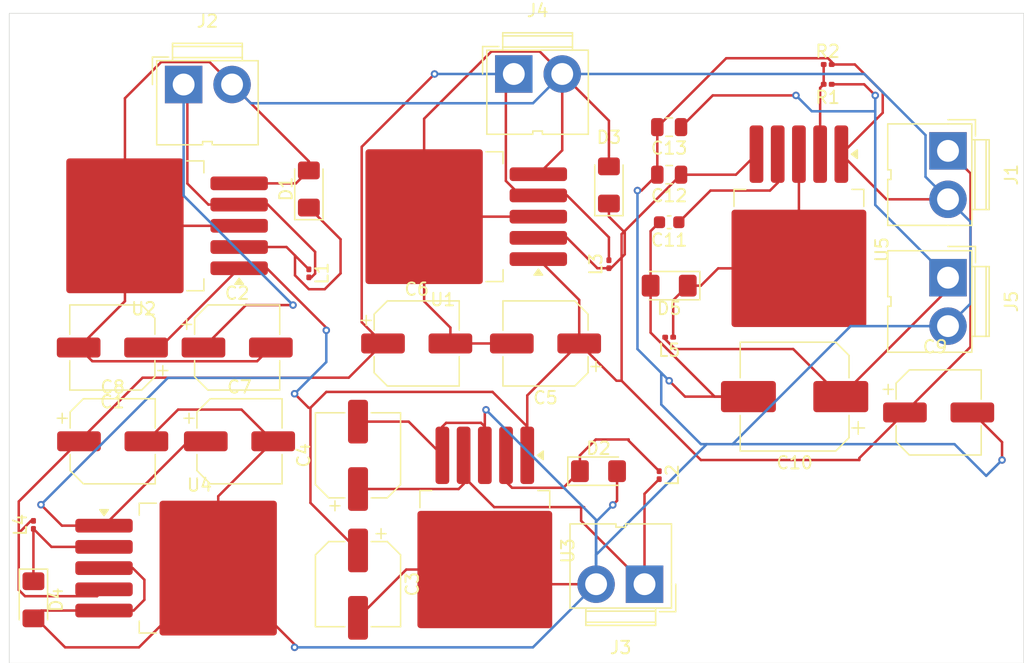
<source format=kicad_pcb>
(kicad_pcb (version 20241229) (generator "pcbnew") (generator_version "9.0")
  (layers (0 "F.Cu" signal) (2 "B.Cu" signal) (13 "F.Paste" user) (15 "B.Paste" user) (5 "F.SilkS" user "F.Silkscreen") (7 "B.SilkS" user "B.Silkscreen") (1 "F.Mask" user) (3 "B.Mask" user) (25 "Edge.Cuts" user))
  (net 0 "")
  (net 1 "GND")
  (net 2 "Net-(J1-Pin_1)")
  (net 3 "Net-(J2-Pin_1)")
  (net 4 "Net-(J3-Pin_1)")
  (net 5 "Net-(J4-Pin_1)")
  (net 6 "Net-(J5-Pin_1)")
  (net 7 "Net-(U5-VC)")
  (net 8 "Net-(D1-K)")
  (net 9 "Net-(D2-K)")
  (net 10 "Net-(D3-K)")
  (net 11 "Net-(D4-K)")
  (net 12 "Net-(D5-K)")
  (net 13 "Net-(U5-FB)")
  (footprint "Inductor_SMD:L_0201_0603Metric" (layer "F.Cu") (at 157.8225 82.83625 -90)
    (property "Reference" "L1" (at 0 -1.05 90) (layer "F.SilkS"))
    (property "Value" "68uH")
    (pad "1" smd roundrect (at -0.32 0 270) (size 0.46 0.4) (layers "F.Cu" "F.Mask") (net 8 "Net-(D1-K)"))
    (pad "2" smd roundrect (at 0.32 0 270) (size 0.46 0.4) (layers "F.Cu" "F.Mask") (net 3 "Net-(J2-Pin_1)"))
  )
  (footprint "Connector:JWT_A3963_1x02_P3.96mm_Vertical" (layer "F.Cu") (at 147.79 67.70625)
    (property "Reference" "J2" (at 1.91 -5.08 0) (layer "F.SilkS"))
    (property "Value" "Conn_01x02_Pin")
    (pad "1" thru_hole rect (at 0 0) (size 3 3) (drill 1.75) (layers "*.Cu" "*.Mask") (net 3 "Net-(J2-Pin_1)"))
    (pad "2" thru_hole circle (at 3.88 0) (size 3 3) (drill 1.75) (layers "*.Cu" "*.Mask") (net 1 "GND"))
  )
  (footprint "Diode_SMD:D_1206_3216Metric_Pad1.42x1.75mm_HandSolder" (layer "F.Cu") (at 135.755 108.99 -90)
    (property "Reference" "D4" (at 0 -1.83 90) (layer "F.SilkS"))
    (property "Value" "1N5822")
    (pad "1" smd roundrect (at -1.4875 0 270) (size 1.425 1.75) (layers "F.Cu" "F.Mask" "F.Paste") (roundrect_rratio 0.175439) (net 11 "Net-(D4-K)"))
    (pad "2" smd roundrect (at 1.4875 0 270) (size 1.425 1.75) (layers "F.Cu" "F.Mask" "F.Paste") (roundrect_rratio 0.175439) (net 1 "GND"))
  )
  (footprint "Capacitor_SMD:CP_Elec_6.3x7.7" (layer "F.Cu") (at 152.0775 88.77625)
    (property "Reference" "C2" (at 0 -4.35 0) (layer "F.SilkS"))
    (property "Value" "330uF")
    (pad "1" smd roundrect (at -2.7 0) (size 3.5 1.6) (layers "F.Cu" "F.Mask" "F.Paste") (roundrect_rratio 0.15625) (net 3 "Net-(J2-Pin_1)"))
    (pad "2" smd roundrect (at 2.7 0) (size 3.5 1.6) (layers "F.Cu" "F.Mask" "F.Paste") (roundrect_rratio 0.15625) (net 1 "GND"))
  )
  (footprint "Capacitor_SMD:CP_Elec_6.3x5.8" (layer "F.Cu") (at 152.265 96.29)
    (property "Reference" "C7" (at 0 -4.35 0) (layer "F.SilkS"))
    (property "Value" "56uF")
    (pad "1" smd roundrect (at -2.7 0) (size 3.5 1.6) (layers "F.Cu" "F.Mask" "F.Paste") (roundrect_rratio 0.15625) (net 2 "Net-(J1-Pin_1)"))
    (pad "2" smd roundrect (at 2.7 0) (size 3.5 1.6) (layers "F.Cu" "F.Mask" "F.Paste") (roundrect_rratio 0.15625) (net 1 "GND"))
  )
  (footprint "Inductor_SMD:L_0201_0603Metric" (layer "F.Cu") (at 181.8625 82.1025 90)
    (property "Reference" "L3" (at 0 -1.05 90) (layer "F.SilkS"))
    (property "Value" "68uH")
    (pad "1" smd roundrect (at -0.32 0 90) (size 0.46 0.4) (layers "F.Cu" "F.Mask") (net 10 "Net-(D3-K)"))
    (pad "2" smd roundrect (at 0.32 0 90) (size 0.46 0.4) (layers "F.Cu" "F.Mask") (net 5 "Net-(J4-Pin_1)"))
  )
  (footprint "Capacitor_SMD:CP_Elec_6.3x5.8" (layer "F.Cu") (at 161.76 107.735 -90)
    (property "Reference" "C3" (at 0 -4.35 90) (layer "F.SilkS"))
    (property "Value" "56uF")
    (pad "1" smd roundrect (at -2.7 0 270) (size 3.5 1.6) (layers "F.Cu" "F.Mask" "F.Paste") (roundrect_rratio 0.15625) (net 2 "Net-(J1-Pin_1)"))
    (pad "2" smd roundrect (at 2.7 0 270) (size 3.5 1.6) (layers "F.Cu" "F.Mask" "F.Paste") (roundrect_rratio 0.15625) (net 1 "GND"))
  )
  (footprint "Diode_SMD:D_1206_3216Metric_Pad1.42x1.75mm_HandSolder" (layer "F.Cu") (at 186.69 83.82 180)
    (property "Reference" "D5" (at 0 -1.83 0) (layer "F.SilkS"))
    (property "Value" "1N5822")
    (pad "1" smd roundrect (at -1.4875 0 180) (size 1.425 1.75) (layers "F.Cu" "F.Mask" "F.Paste") (roundrect_rratio 0.175439) (net 12 "Net-(D5-K)"))
    (pad "2" smd roundrect (at 1.4875 0 180) (size 1.425 1.75) (layers "F.Cu" "F.Mask" "F.Paste") (roundrect_rratio 0.175439) (net 1 "GND"))
  )
  (footprint "Connector:JWT_A3963_1x02_P3.96mm_Vertical" (layer "F.Cu") (at 209.03 73.0225 -90)
    (property "Reference" "J1" (at 1.91 -5.08 90) (layer "F.SilkS"))
    (property "Value" "Conn_01x02_Pin")
    (pad "1" thru_hole rect (at 0 0 270) (size 3 3) (drill 1.75) (layers "*.Cu" "*.Mask") (net 2 "Net-(J1-Pin_1)"))
    (pad "2" thru_hole circle (at 3.88 0 270) (size 3 3) (drill 1.75) (layers "*.Cu" "*.Mask") (net 1 "GND"))
  )
  (footprint "Capacitor_SMD:CP_Elec_8x10.5" (layer "F.Cu") (at 196.74 92.71 180)
    (property "Reference" "C10" (at 0 -5.3 0) (layer "F.SilkS"))
    (property "Value" "470uF")
    (pad "1" smd roundrect (at -3.7 0 180) (size 4.4 2.5) (layers "F.Cu" "F.Mask" "F.Paste") (roundrect_rratio 0.1) (net 6 "Net-(J5-Pin_1)"))
    (pad "2" smd roundrect (at 3.7 0 180) (size 4.4 2.5) (layers "F.Cu" "F.Mask" "F.Paste") (roundrect_rratio 0.1) (net 1 "GND"))
  )
  (footprint "Capacitor_SMD:C_0805_2012Metric" (layer "F.Cu") (at 186.69 74.93 180)
    (property "Reference" "C12" (at 0 -1.68 0) (layer "F.SilkS"))
    (property "Value" "1uF")
    (pad "1" smd roundrect (at -0.95 0 180) (size 1 1.45) (layers "F.Cu" "F.Mask" "F.Paste") (net 2 "Net-(J1-Pin_1)"))
    (pad "2" smd roundrect (at 0.95 0 180) (size 1 1.45) (layers "F.Cu" "F.Mask" "F.Paste") (net 1 "GND"))
  )
  (footprint "Capacitor_SMD:C_0603_1608Metric" (layer "F.Cu") (at 186.69 78.74 180)
    (property "Reference" "C11" (at 0 -1.43 0) (layer "F.SilkS"))
    (property "Value" "47nF")
    (pad "1" smd roundrect (at -0.775 0 180) (size 0.9 0.95) (layers "F.Cu" "F.Mask" "F.Paste") (net 7 "Net-(U5-VC)"))
    (pad "2" smd roundrect (at 0.775 0 180) (size 0.9 0.95) (layers "F.Cu" "F.Mask" "F.Paste") (net 1 "GND"))
  )
  (footprint "Package_TO_SOT_SMD:TO-263-5_TabPin3" (layer "F.Cu") (at 149.06 106.45)
    (property "Reference" "U4" (at 0 -6.65 0) (layer "F.SilkS"))
    (property "Value" "LM2596S-12" (hide yes))
    (pad "1" smd roundrect (at -7.65 -3.4) (size 4.6 1.1) (layers "F.Cu" "F.Mask" "F.Paste") (roundrect_rratio 0.227273) (net 2 "Net-(J1-Pin_1)"))
    (pad "2" smd roundrect (at -7.65 -1.7) (size 4.6 1.1) (layers "F.Cu" "F.Mask" "F.Paste") (roundrect_rratio 0.227273) (net 11 "Net-(D4-K)"))
    (pad "3" smd roundrect (at -7.65 0) (size 4.6 1.1) (layers "F.Cu" "F.Mask" "F.Paste") (roundrect_rratio 0.227273) (net 1 "GND"))
    (pad "3" smd roundrect (at 1.5 0) (size 9.4 10.8) (layers "F.Cu" "F.Mask") (roundrect_rratio 0.026596) (net 1 "GND"))
    (pad "4" smd roundrect (at -7.65 1.7) (size 4.6 1.1) (layers "F.Cu" "F.Mask" "F.Paste") (roundrect_rratio 0.227273) (net 5 "Net-(J4-Pin_1)"))
    (pad "5" smd roundrect (at -7.65 3.4) (size 4.6 1.1) (layers "F.Cu" "F.Mask" "F.Paste") (roundrect_rratio 0.227273) (net 1 "GND"))
  )
  (footprint "Capacitor_SMD:CP_Elec_6.3x5.8" (layer "F.Cu") (at 176.7825 88.4525 180)
    (property "Reference" "C5" (at 0 -4.35 0) (layer "F.SilkS"))
    (property "Value" "56uF")
    (pad "1" smd roundrect (at -2.7 0 180) (size 3.5 1.6) (layers "F.Cu" "F.Mask" "F.Paste") (roundrect_rratio 0.15625) (net 2 "Net-(J1-Pin_1)"))
    (pad "2" smd roundrect (at 2.7 0 180) (size 3.5 1.6) (layers "F.Cu" "F.Mask" "F.Paste") (roundrect_rratio 0.15625) (net 1 "GND"))
  )
  (footprint "Resistor_SMD:R_0201_0603Metric" (layer "F.Cu") (at 199.39 67.69 180)
    (property "Reference" "R1" (at 0 -1.05 0) (layer "F.SilkS"))
    (property "Value" "43k")
    (pad "1" smd roundrect (at -0.32 0 180) (size 0.46 0.4) (layers "F.Cu" "F.Mask") (net 6 "Net-(J5-Pin_1)"))
    (pad "2" smd roundrect (at 0.32 0 180) (size 0.46 0.4) (layers "F.Cu" "F.Mask") (net 13 "Net-(U5-FB)"))
  )
  (footprint "Diode_SMD:D_1206_3216Metric_Pad1.42x1.75mm_HandSolder" (layer "F.Cu") (at 181.8625 75.7525 90)
    (property "Reference" "D3" (at 3.81 0 0) (layer "F.SilkS"))
    (property "Value" "1N5822")
    (pad "1" smd roundrect (at -1.4875 0 90) (size 1.425 1.75) (layers "F.Cu" "F.Mask" "F.Paste") (roundrect_rratio 0.175439) (net 10 "Net-(D3-K)"))
    (pad "2" smd roundrect (at 1.4875 0 90) (size 1.425 1.75) (layers "F.Cu" "F.Mask" "F.Paste") (roundrect_rratio 0.175439) (net 1 "GND"))
  )
  (footprint "Inductor_SMD:L_0201_0603Metric" (layer "F.Cu") (at 185.89 99.005 -90)
    (property "Reference" "L2" (at 0 -1.05 90) (layer "F.SilkS"))
    (property "Value" "120uH")
    (pad "1" smd roundrect (at -0.32 0 270) (size 0.46 0.4) (layers "F.Cu" "F.Mask") (net 9 "Net-(D2-K)"))
    (pad "2" smd roundrect (at 0.32 0 270) (size 0.46 0.4) (layers "F.Cu" "F.Mask") (net 4 "Net-(J3-Pin_1)"))
  )
  (footprint "Capacitor_SMD:CP_Elec_6.3x7.7" (layer "F.Cu") (at 166.4625 88.4525)
    (property "Reference" "C6" (at 0 -4.35 0) (layer "F.SilkS"))
    (property "Value" "330uF")
    (pad "1" smd roundrect (at -2.7 0) (size 3.5 1.6) (layers "F.Cu" "F.Mask" "F.Paste") (roundrect_rratio 0.15625) (net 5 "Net-(J4-Pin_1)"))
    (pad "2" smd roundrect (at 2.7 0) (size 3.5 1.6) (layers "F.Cu" "F.Mask" "F.Paste") (roundrect_rratio 0.15625) (net 1 "GND"))
  )
  (footprint "Package_TO_SOT_SMD:TO-263-5_TabPin3" (layer "F.Cu") (at 168.5575 78.2925 180)
    (property "Reference" "U1" (at 0 -6.65 0) (layer "F.SilkS"))
    (property "Value" "LM2596S-12")
    (pad "1" smd roundrect (at -7.65 -3.4 180) (size 4.6 1.1) (layers "F.Cu" "F.Mask" "F.Paste") (roundrect_rratio 0.227273) (net 2 "Net-(J1-Pin_1)"))
    (pad "2" smd roundrect (at -7.65 -1.7 180) (size 4.6 1.1) (layers "F.Cu" "F.Mask" "F.Paste") (roundrect_rratio 0.227273) (net 10 "Net-(D3-K)"))
    (pad "3" smd roundrect (at -7.65 0 180) (size 4.6 1.1) (layers "F.Cu" "F.Mask" "F.Paste") (roundrect_rratio 0.227273) (net 1 "GND"))
    (pad "3" smd roundrect (at 1.5 0 180) (size 9.4 10.8) (layers "F.Cu" "F.Mask") (roundrect_rratio 0.026596) (net 1 "GND"))
    (pad "4" smd roundrect (at -7.65 1.7 180) (size 4.6 1.1) (layers "F.Cu" "F.Mask" "F.Paste") (roundrect_rratio 0.227273) (net 5 "Net-(J4-Pin_1)"))
    (pad "5" smd roundrect (at -7.65 3.4 180) (size 4.6 1.1) (layers "F.Cu" "F.Mask" "F.Paste") (roundrect_rratio 0.227273) (net 1 "GND"))
  )
  (footprint "Capacitor_SMD:CP_Elec_6.3x5.8" (layer "F.Cu") (at 161.76 97.415 90)
    (property "Reference" "C4" (at 0 -4.35 90) (layer "F.SilkS"))
    (property "Value" "220uF")
    (pad "1" smd roundrect (at -2.7 0 90) (size 3.5 1.6) (layers "F.Cu" "F.Mask" "F.Paste") (roundrect_rratio 0.15625) (net 4 "Net-(J3-Pin_1)"))
    (pad "2" smd roundrect (at 2.7 0 90) (size 3.5 1.6) (layers "F.Cu" "F.Mask" "F.Paste") (roundrect_rratio 0.15625) (net 1 "GND"))
  )
  (footprint "Package_TO_SOT_SMD:TO-263-5_TabPin3" (layer "F.Cu") (at 171.92 105.065 -90)
    (property "Reference" "U3" (at 0 -6.65 90) (layer "F.SilkS"))
    (property "Value" "LM2596S-5")
    (pad "1" smd roundrect (at -7.65 -3.4 270) (size 4.6 1.1) (layers "F.Cu" "F.Mask" "F.Paste") (roundrect_rratio 0.227273) (net 2 "Net-(J1-Pin_1)"))
    (pad "2" smd roundrect (at -7.65 -1.7 270) (size 4.6 1.1) (layers "F.Cu" "F.Mask" "F.Paste") (roundrect_rratio 0.227273) (net 9 "Net-(D2-K)"))
    (pad "3" smd roundrect (at -7.65 0 270) (size 4.6 1.1) (layers "F.Cu" "F.Mask" "F.Paste") (roundrect_rratio 0.227273) (net 1 "GND"))
    (pad "3" smd roundrect (at 1.5 0 270) (size 9.4 10.8) (layers "F.Cu" "F.Mask") (roundrect_rratio 0.026596) (net 1 "GND"))
    (pad "4" smd roundrect (at -7.65 1.7 270) (size 4.6 1.1) (layers "F.Cu" "F.Mask" "F.Paste") (roundrect_rratio 0.227273) (net 4 "Net-(J3-Pin_1)"))
    (pad "5" smd roundrect (at -7.65 3.4 270) (size 4.6 1.1) (layers "F.Cu" "F.Mask" "F.Paste") (roundrect_rratio 0.227273) (net 1 "GND"))
  )
  (footprint "Inductor_SMD:L_0201_0603Metric" (layer "F.Cu") (at 186.69 87.95 180)
    (property "Reference" "L5" (at 0 -1.05 0) (layer "F.SilkS"))
    (property "Value" "47uH")
    (pad "1" smd roundrect (at -0.32 0 180) (size 0.46 0.4) (layers "F.Cu" "F.Mask") (net 12 "Net-(D5-K)"))
    (pad "2" smd roundrect (at 0.32 0 180) (size 0.46 0.4) (layers "F.Cu" "F.Mask") (net 6 "Net-(J5-Pin_1)"))
  )
  (footprint "Capacitor_SMD:CP_Elec_6.3x5.8" (layer "F.Cu") (at 142.0775 88.77625 180)
    (property "Reference" "C1" (at 0 -4.35 0) (layer "F.SilkS"))
    (property "Value" "56uF")
    (pad "1" smd roundrect (at -2.7 0 180) (size 3.5 1.6) (layers "F.Cu" "F.Mask" "F.Paste") (roundrect_rratio 0.15625) (net 2 "Net-(J1-Pin_1)"))
    (pad "2" smd roundrect (at 2.7 0 180) (size 3.5 1.6) (layers "F.Cu" "F.Mask" "F.Paste") (roundrect_rratio 0.15625) (net 1 "GND"))
  )
  (footprint "Diode_SMD:D_1206_3216Metric_Pad1.42x1.75mm_HandSolder" (layer "F.Cu") (at 157.8225 76.07625 90)
    (property "Reference" "D1" (at 0 -1.83 90) (layer "F.SilkS"))
    (property "Value" "1N5822")
    (pad "1" smd roundrect (at -1.4875 0 90) (size 1.425 1.75) (layers "F.Cu" "F.Mask" "F.Paste") (roundrect_rratio 0.175439) (net 8 "Net-(D1-K)"))
    (pad "2" smd roundrect (at 1.4875 0 90) (size 1.425 1.75) (layers "F.Cu" "F.Mask" "F.Paste") (roundrect_rratio 0.175439) (net 1 "GND"))
  )
  (footprint "Connector:JWT_A3963_1x02_P3.96mm_Vertical" (layer "F.Cu") (at 184.715 107.74 180)
    (property "Reference" "J3" (at 1.91 -5.08 0) (layer "F.SilkS"))
    (property "Value" "Conn_01x02_Pin")
    (pad "1" thru_hole rect (at 0 0 180) (size 3 3) (drill 1.75) (layers "*.Cu" "*.Mask") (net 4 "Net-(J3-Pin_1)"))
    (pad "2" thru_hole circle (at 3.88 0 180) (size 3 3) (drill 1.75) (layers "*.Cu" "*.Mask") (net 1 "GND"))
  )
  (footprint "Connector:JWT_A3963_1x02_P3.96mm_Vertical" (layer "F.Cu") (at 174.2425 66.8625)
    (property "Reference" "J4" (at 1.91 -5.08 0) (layer "F.SilkS"))
    (property "Value" "Conn_01x02_Pin")
    (pad "1" thru_hole rect (at 0 0) (size 3 3) (drill 1.75) (layers "*.Cu" "*.Mask") (net 5 "Net-(J4-Pin_1)"))
    (pad "2" thru_hole circle (at 3.88 0) (size 3 3) (drill 1.75) (layers "*.Cu" "*.Mask") (net 1 "GND"))
  )
  (footprint "Package_TO_SOT_SMD:TO-263-5_TabPin3" (layer "F.Cu") (at 197.085 80.935 -90)
    (property "Reference" "U5" (at 0 -6.65 90) (layer "F.SilkS"))
    (property "Value" "XL4015")
    (pad "1" smd roundrect (at -7.65 -3.4 270) (size 4.6 1.1) (layers "F.Cu" "F.Mask" "F.Paste") (roundrect_rratio 0.227273) (net 1 "GND"))
    (pad "2" smd roundrect (at -7.65 -1.7 270) (size 4.6 1.1) (layers "F.Cu" "F.Mask" "F.Paste") (roundrect_rratio 0.227273) (net 13 "Net-(U5-FB)"))
    (pad "3" smd roundrect (at -7.65 0 270) (size 4.6 1.1) (layers "F.Cu" "F.Mask" "F.Paste") (roundrect_rratio 0.227273) (net 12 "Net-(D5-K)"))
    (pad "3" smd roundrect (at 1.5 0 270) (size 9.4 10.8) (layers "F.Cu" "F.Mask") (roundrect_rratio 0.026596) (net 12 "Net-(D5-K)"))
    (pad "4" smd roundrect (at -7.65 1.7 270) (size 4.6 1.1) (layers "F.Cu" "F.Mask" "F.Paste") (roundrect_rratio 0.227273) (net 7 "Net-(U5-VC)"))
    (pad "5" smd roundrect (at -7.65 3.4 270) (size 4.6 1.1) (layers "F.Cu" "F.Mask" "F.Paste") (roundrect_rratio 0.227273) (net 2 "Net-(J1-Pin_1)"))
  )
  (footprint "Inductor_SMD:L_0201_0603Metric" (layer "F.Cu") (at 135.755 102.985 90)
    (property "Reference" "L4" (at 0 -1.05 90) (layer "F.SilkS"))
    (property "Value" "68uH")
    (pad "1" smd roundrect (at -0.32 0 90) (size 0.46 0.4) (layers "F.Cu" "F.Mask") (net 11 "Net-(D4-K)"))
    (pad "2" smd roundrect (at 0.32 0 90) (size 0.46 0.4) (layers "F.Cu" "F.Mask") (net 5 "Net-(J4-Pin_1)"))
  )
  (footprint "Package_TO_SOT_SMD:TO-263-5_TabPin3" (layer "F.Cu") (at 144.5875 79.02625 180)
    (property "Reference" "U2" (at 0 -6.65 0) (layer "F.SilkS"))
    (property "Value" "LM2596S-5")
    (pad "1" smd roundrect (at -7.65 -3.4 180) (size 4.6 1.1) (layers "F.Cu" "F.Mask" "F.Paste") (roundrect_rratio 0.227273) (net 2 "Net-(J1-Pin_1)"))
    (pad "2" smd roundrect (at -7.65 -1.7 180) (size 4.6 1.1) (layers "F.Cu" "F.Mask" "F.Paste") (roundrect_rratio 0.227273) (net 8 "Net-(D1-K)"))
    (pad "3" smd roundrect (at -7.65 0 180) (size 4.6 1.1) (layers "F.Cu" "F.Mask" "F.Paste") (roundrect_rratio 0.227273) (net 1 "GND"))
    (pad "3" smd roundrect (at 1.5 0 180) (size 9.4 10.8) (layers "F.Cu" "F.Mask") (roundrect_rratio 0.026596) (net 1 "GND"))
    (pad "4" smd roundrect (at -7.65 1.7 180) (size 4.6 1.1) (layers "F.Cu" "F.Mask" "F.Paste") (roundrect_rratio 0.227273) (net 3 "Net-(J2-Pin_1)"))
    (pad "5" smd roundrect (at -7.65 3.4 180) (size 4.6 1.1) (layers "F.Cu" "F.Mask" "F.Paste") (roundrect_rratio 0.227273) (net 1 "GND"))
  )
  (footprint "Capacitor_SMD:CP_Elec_6.3x7.7" (layer "F.Cu") (at 208.28 93.98)
    (property "Reference" "C9" (at -0.285 -5.26 0) (layer "F.SilkS"))
    (property "Value" "100uF")
    (pad "1" smd roundrect (at -2.7 0) (size 3.5 1.6) (layers "F.Cu" "F.Mask" "F.Paste") (roundrect_rratio 0.15625) (net 2 "Net-(J1-Pin_1)"))
    (pad "2" smd roundrect (at 2.7 0) (size 3.5 1.6) (layers "F.Cu" "F.Mask" "F.Paste") (roundrect_rratio 0.15625) (net 1 "GND"))
  )
  (footprint "Capacitor_SMD:C_0805_2012Metric" (layer "F.Cu") (at 186.69 71.12 180)
    (property "Reference" "C13" (at 0 -1.68 0) (layer "F.SilkS"))
    (property "Value" "1uF")
    (pad "1" smd roundrect (at -0.95 0 180) (size 1 1.45) (layers "F.Cu" "F.Mask" "F.Paste") (net 6 "Net-(J5-Pin_1)"))
    (pad "2" smd roundrect (at 0.95 0 180) (size 1 1.45) (layers "F.Cu" "F.Mask" "F.Paste") (net 1 "GND"))
  )
  (footprint "Resistor_SMD:R_0201_0603Metric" (layer "F.Cu") (at 199.39 66.1)
    (property "Reference" "R2" (at 0 -1.05 0) (layer "F.SilkS"))
    (property "Value" "2k")
    (pad "1" smd roundrect (at -0.32 0) (size 0.46 0.4) (layers "F.Cu" "F.Mask") (net 13 "Net-(U5-FB)"))
    (pad "2" smd roundrect (at 0.32 0) (size 0.46 0.4) (layers "F.Cu" "F.Mask") (net 1 "GND"))
  )
  (footprint "Capacitor_SMD:CP_Elec_6.3x7.7" (layer "F.Cu") (at 142.105 96.29)
    (property "Reference" "C8" (at 0 -4.35 0) (layer "F.SilkS"))
    (property "Value" "330uF")
    (pad "1" smd roundrect (at -2.7 0) (size 3.5 1.6) (layers "F.Cu" "F.Mask" "F.Paste") (roundrect_rratio 0.15625) (net 5 "Net-(J4-Pin_1)"))
    (pad "2" smd roundrect (at 2.7 0) (size 3.5 1.6) (layers "F.Cu" "F.Mask" "F.Paste") (roundrect_rratio 0.15625) (net 1 "GND"))
  )
  (footprint "Diode_SMD:D_1206_3216Metric_Pad1.42x1.75mm_HandSolder" (layer "F.Cu") (at 181.0275 98.685)
    (property "Reference" "D2" (at 0 -1.83 0) (layer "F.SilkS"))
    (property "Value" "1N5822")
    (pad "1" smd roundrect (at -1.4875 0) (size 1.425 1.75) (layers "F.Cu" "F.Mask" "F.Paste") (roundrect_rratio 0.175439) (net 9 "Net-(D2-K)"))
    (pad "2" smd roundrect (at 1.4875 0) (size 1.425 1.75) (layers "F.Cu" "F.Mask" "F.Paste") (roundrect_rratio 0.175439) (net 1 "GND"))
  )
  (footprint "Connector:JWT_A3963_1x02_P3.96mm_Vertical" (layer "F.Cu") (at 209.03 83.1825 -90)
    (property "Reference" "J5" (at 1.91 -5.08 90) (layer "F.SilkS"))
    (property "Value" "Conn_01x02_Pin")
    (pad "1" thru_hole rect (at 0 0 270) (size 3 3) (drill 1.75) (layers "*.Cu" "*.Mask") (net 6 "Net-(J5-Pin_1)"))
    (pad "2" thru_hole circle (at 3.88 0 270) (size 3 3) (drill 1.75) (layers "*.Cu" "*.Mask") (net 1 "GND"))
  )
  (gr_rect (start 133.82 62) (end 215.1 114.07) (stroke (width 0.05)) (fill no) (layer "Edge.Cuts"))
  (segment (start 143.0875 68.80675) (end 143.0875 79.02625) (width 0.2) (layer "F.Cu") (net 1))
  (segment (start 143.0875 85.06625) (end 143.0875 79.02625) (width 0.2) (layer "F.Cu") (net 1))
  (segment (start 199.71 66.1) (end 201.569943 66.1) (width 0.2) (layer "F.Cu") (net 1))
  (segment (start 203.801 69.969) (end 200.485 73.285) (width 0.2) (layer "F.Cu") (net 1))
  (segment (start 156.785 75.62625) (end 157.8225 74.58875) (width 0.2) (layer "F.Cu") (net 1))
  (segment (start 144.21 112.8) (end 138.295 112.8) (width 0.2) (layer "F.Cu") (net 1))
  (segment (start 171.92 95.115) (end 171.619 94.814) (width 0.2) (layer "F.Cu") (net 1))
  (segment (start 181.8625 74.265) (end 181.8625 70.6025) (width 0.2) (layer "F.Cu") (net 1))
  (segment (start 186.69 91.44) (end 187.96 92.71) (width 0.2) (layer "F.Cu") (net 1))
  (segment (start 185.2025 79.4525) (end 185.915 78.74) (width 0.2) (layer "F.Cu") (net 1))
  (segment (start 169.1625 88.4525) (end 169.1625 87.1825) (width 0.2) (layer "F.Cu") (net 1))
  (segment (start 154.7775 88.77625) (end 153.6765 89.87725) (width 0.2) (layer "F.Cu") (net 1))
  (segment (start 187.96 92.71) (end 193.04 92.71) (width 0.2) (layer "F.Cu") (net 1))
  (segment (start 172.015 93.77) (end 171.92 93.865) (width 0.2) (layer "F.Cu") (net 1))
  (segment (start 193.04 92.71) (end 190.33013 92.71) (width 0.2) (layer "F.Cu") (net 1))
  (segment (start 157.8225 74.58875) (end 157.8225 73.85875) (width 0.2) (layer "F.Cu") (net 1))
  (segment (start 185.74 74.93) (end 184.47 76.2) (width 0.2) (layer "F.Cu") (net 1))
  (segment (start 150.56 100.695) (end 150.56 106.45) (width 0.2) (layer "F.Cu") (net 1))
  (segment (start 203.801 68.331057) (end 203.801 69.969) (width 0.2) (layer "F.Cu") (net 1))
  (segment (start 184.47 76.2) (end 184.15 76.2) (width 0.2) (layer "F.Cu") (net 1))
  (segment (start 136.3825 109.85) (end 135.755 110.4775) (width 0.2) (layer "F.Cu") (net 1))
  (segment (start 201.569943 66.1) (end 203.801 68.331057) (width 0.2) (layer "F.Cu") (net 1))
  (segment (start 168.52 97.415) (end 165.82 94.715) (width 0.2) (layer "F.Cu") (net 1))
  (segment (start 138.295 112.8) (end 135.9725 110.4775) (width 0.2) (layer "F.Cu") (net 1))
  (segment (start 157.8225 73.85875) (end 151.67 67.70625) (width 0.2) (layer "F.Cu") (net 1))
  (segment (start 144.645 108.99) (end 143.785 109.85) (width 0.2) (layer "F.Cu") (net 1))
  (segment (start 185.74 74.93) (end 185.74 71.12) (width 0.2) (layer "F.Cu") (net 1))
  (segment (start 199.71 65.900001) (end 199.408999 65.599) (width 0.2) (layer "F.Cu") (net 1))
  (segment (start 165.63 106.565) (end 171.92 106.565) (width 0.2) (layer "F.Cu") (net 1))
  (segment (start 172.4415 65.0615) (end 176.3215 65.0615) (width 0.2) (layer "F.Cu") (net 1))
  (segment (start 150.56 110.695) (end 150.56 106.45) (width 0.2) (layer "F.Cu") (net 1))
  (segment (start 153.6765 89.87725) (end 140.4785 89.87725) (width 0.2) (layer "F.Cu") (net 1))
  (segment (start 135.9725 110.4775) (end 135.755 110.4775) (width 0.2) (layer "F.Cu") (net 1))
  (segment (start 169.1625 88.4525) (end 174.0825 88.4525) (width 0.2) (layer "F.Cu") (net 1))
  (segment (start 151.67 67.70625) (end 149.869 65.90525) (width 0.2) (layer "F.Cu") (net 1))
  (segment (start 167.0575 78.2925) (end 167.0575 70.4455) (width 0.2) (layer "F.Cu") (net 1))
  (segment (start 173.095 107.74) (end 171.92 106.565) (width 0.2) (layer "F.Cu") (net 1))
  (segment (start 144.805 96.29) (end 147.345 93.75) (width 0.2) (layer "F.Cu") (net 1))
  (segment (start 181.8625 70.6025) (end 178.1225 66.8625) (width 0.2) (layer "F.Cu") (net 1))
  (segment (start 168.52 95.115) (end 168.52 97.415) (width 0.2) (layer "F.Cu") (net 1))
  (segment (start 141.41 106.45) (end 143.71 106.45) (width 0.2) (layer "F.Cu") (net 1))
  (segment (start 154.965 96.29) (end 150.56 100.695) (width 0.2) (layer "F.Cu") (net 1))
  (segment (start 167.0575 70.4455) (end 172.4415 65.0615) (width 0.2) (layer "F.Cu") (net 1))
  (segment (start 168.821 94.814) (end 168.52 95.115) (width 0.2) (layer "F.Cu") (net 1))
  (segment (start 180.835 107.74) (end 173.095 107.74) (width 0.2) (layer "F.Cu") (net 1))
  (segment (start 147.345 93.75) (end 152.425 93.75) (width 0.2) (layer "F.Cu") (net 1))
  (segment (start 176.2075 78.2925) (end 167.0575 78.2925) (width 0.2) (layer "F.Cu") (net 1))
  (segment (start 140.4785 89.87725) (end 139.3775 88.77625) (width 0.2) (layer "F.Cu") (net 1))
  (segment (start 143.785 109.85) (end 141.41 109.85) (width 0.2) (layer "F.Cu") (net 1))
  (segment (start 199.408999 65.599) (end 191.261 65.599) (width 0.2) (layer "F.Cu") (net 1))
  (segment (start 185.2025 83.82) (end 185.2025 79.4525) (width 0.2) (layer "F.Cu") (net 1))
  (segment (start 149.869 65.90525) (end 145.989 65.90525) (width 0.2) (layer "F.Cu") (net 1))
  (segment (start 191.261 65.599) (end 185.74 71.12) (width 0.2) (layer "F.Cu") (net 1))
  (segment (start 178.1225 72.9775) (end 176.2075 74.8925) (width 0.2) (layer "F.Cu") (net 1))
  (segment (start 165.82 94.715) (end 161.76 94.715) (width 0.2) (layer "F.Cu") (net 1))
  (segment (start 171.619 94.814) (end 168.821 94.814) (width 0.2) (layer "F.Cu") (net 1))
  (segment (start 169.1625 87.1825) (end 167.0575 85.0775) (width 0.2) (layer "F.Cu") (net 1))
  (segment (start 182.515 98.685) (end 182.515 101.05) (width 0.2) (layer "F.Cu") (net 1))
  (segment (start 167.0575 85.0775) (end 167.0575 78.2925) (width 0.2) (layer "F.Cu") (net 1))
  (segment (start 210.98 93.98) (end 213.36 96.36) (width 0.2) (layer "F.Cu") (net 1))
  (segment (start 182.515 101.05) (end 182.175 101.39) (width 0.2) (layer "F.Cu") (net 1))
  (segment (start 139.3775 88.77625) (end 143.0875 85.06625) (width 0.2) (layer "F.Cu") (net 1))
  (segment (start 204.1025 76.9025) (end 209.03 76.9025) (width 0.2) (layer "F.Cu") (net 1))
  (segment (start 171.92 93.865) (end 171.92 97.415) (width 0.2) (layer "F.Cu") (net 1))
  (segment (start 171.92 97.415) (end 171.92 95.115) (width 0.2) (layer "F.Cu") (net 1))
  (segment (start 152.2375 75.62625) (end 156.785 75.62625) (width 0.2) (layer "F.Cu") (net 1))
  (segment (start 178.1225 66.8625) (end 178.1225 72.9775) (width 0.2) (layer "F.Cu") (net 1))
  (segment (start 176.3215 65.0615) (end 178.1225 66.8625) (width 0.2) (layer "F.Cu") (net 1))
  (segment (start 161.76 110.435) (end 165.63 106.565) (width 0.2) (layer "F.Cu") (net 1))
  (segment (start 145.989 65.90525) (end 143.0875 68.80675) (width 0.2) (layer "F.Cu") (net 1))
  (segment (start 144.645 107.385) (end 144.645 108.99) (width 0.2) (layer "F.Cu") (net 1))
  (segment (start 199.71 66.1) (end 199.71 65.900001) (width 0.2) (layer "F.Cu") (net 1))
  (segment (start 156.68 112.57) (end 150.56 106.45) (width 0.2) (layer "F.Cu") (net 1))
  (segment (start 213.36 96.36) (end 213.36 97.79) (width 0.2) (layer "F.Cu") (net 1))
  (segment (start 152.425 93.75) (end 154.965 96.29) (width 0.2) (layer "F.Cu") (net 1))
  (segment (start 156.68 112.8) (end 156.68 112.57) (width 0.2) (layer "F.Cu") (net 1))
  (segment (start 150.56 106.45) (end 144.21 112.8) (width 0.2) (layer "F.Cu") (net 1))
  (segment (start 185.2025 87.58237) (end 185.2025 83.82) (width 0.2) (layer "F.Cu") (net 1))
  (segment (start 150.33 110.925) (end 150.56 110.695) (width 0.2) (layer "F.Cu") (net 1))
  (segment (start 200.485 73.285) (end 204.1025 76.9025) (width 0.2) (layer "F.Cu") (net 1))
  (segment (start 143.71 106.45) (end 144.645 107.385) (width 0.2) (layer "F.Cu") (net 1))
  (segment (start 141.41 109.85) (end 136.3825 109.85) (width 0.2) (layer "F.Cu") (net 1))
  (segment (start 143.0875 79.02625) (end 152.2375 79.02625) (width 0.2) (layer "F.Cu") (net 1))
  (segment (start 190.33013 92.71) (end 185.2025 87.58237) (width 0.2) (layer "F.Cu") (net 1))
  (via (at 184.15 76.2) (size 0.6) (drill 0.3) (layers "F.Cu" "B.Cu") (net 1))
  (via (at 156.68 112.8) (size 0.6) (drill 0.3) (layers "F.Cu" "B.Cu") (net 1))
  (via (at 213.36 97.79) (size 0.6) (drill 0.3) (layers "F.Cu" "B.Cu") (net 1))
  (via (at 186.69 91.44) (size 0.6) (drill 0.3) (layers "F.Cu" "B.Cu") (net 1))
  (via (at 182.175 101.39) (size 0.6) (drill 0.3) (layers "F.Cu" "B.Cu") (net 1))
  (via (at 172.015 93.77) (size 0.6) (drill 0.3) (layers "F.Cu" "B.Cu") (net 1))
  (segment (start 189.23 96.52) (end 186.055 93.345) (width 0.2) (layer "B.Cu") (net 1))
  (segment (start 184.15 76.2) (end 184.15 88.9) (width 0.2) (layer "B.Cu") (net 1))
  (segment (start 175.775 112.8) (end 156.68 112.8) (width 0.2) (layer "B.Cu") (net 1))
  (segment (start 178.1225 66.8625) (end 202.332443 66.8625) (width 0.2) (layer "B.Cu") (net 1))
  (segment (start 209.03 87.0625) (end 201.2275 87.0625) (width 0.2) (layer "B.Cu") (net 1))
  (segment (start 175.77875 69.20625) (end 178.1225 66.8625) (width 0.2) (layer "B.Cu") (net 1))
  (segment (start 189.7 96.52) (end 189.23 96.52) (width 0.2) (layer "B.Cu") (net 1))
  (segment (start 180.835 102.59) (end 172.015 93.77) (width 0.2) (layer "B.Cu") (net 1))
  (segment (start 186.055 93.345) (end 186.055 90.805) (width 0.2) (layer "B.Cu") (net 1))
  (segment (start 180.835 107.74) (end 180.835 105.385) (width 0.2) (layer "B.Cu") (net 1))
  (segment (start 180.835 105.385) (end 189.7 96.52) (width 0.2) (layer "B.Cu") (net 1))
  (segment (start 180.835 107.74) (end 180.835 102.59) (width 0.2) (layer "B.Cu") (net 1))
  (segment (start 180.835 107.74) (end 175.775 112.8) (width 0.2) (layer "B.Cu") (net 1))
  (segment (start 182.175 101.39) (end 180.835 102.73) (width 0.2) (layer "B.Cu") (net 1))
  (segment (start 186.055 90.805) (end 186.69 91.44) (width 0.2) (layer "B.Cu") (net 1))
  (segment (start 184.15 88.9) (end 186.055 90.805) (width 0.2) (layer "B.Cu") (net 1))
  (segment (start 210.831 85.2615) (end 210.831 78.7035) (width 0.2) (layer "B.Cu") (net 1))
  (segment (start 207.229 71.759057) (end 207.229 75.1015) (width 0.2) (layer "B.Cu") (net 1))
  (segment (start 209.55 96.52) (end 191.77 96.52) (width 0.2) (layer "B.Cu") (net 1))
  (segment (start 207.229 75.1015) (end 209.03 76.9025) (width 0.2) (layer "B.Cu") (net 1))
  (segment (start 202.332443 66.8625) (end 207.229 71.759057) (width 0.2) (layer "B.Cu") (net 1))
  (segment (start 201.2275 87.0625) (end 191.77 96.52) (width 0.2) (layer "B.Cu") (net 1))
  (segment (start 180.835 102.73) (end 180.835 107.74) (width 0.2) (layer "B.Cu") (net 1))
  (segment (start 191.77 96.52) (end 189.7 96.52) (width 0.2) (layer "B.Cu") (net 1))
  (segment (start 212.09 99.06) (end 209.55 96.52) (width 0.2) (layer "B.Cu") (net 1))
  (segment (start 213.36 97.79) (end 212.09 99.06) (width 0.2) (layer "B.Cu") (net 1))
  (segment (start 153.17 69.20625) (end 175.77875 69.20625) (width 0.2) (layer "B.Cu") (net 1))
  (segment (start 209.03 87.0625) (end 210.831 85.2615) (width 0.2) (layer "B.Cu") (net 1))
  (segment (start 210.831 78.7035) (end 209.03 76.9025) (width 0.2) (layer "B.Cu") (net 1))
  (segment (start 151.67 67.70625) (end 153.17 69.20625) (width 0.2) (layer "B.Cu") (net 1))
  (segment (start 145.8875 88.77625) (end 144.7775 88.77625) (width 0.2) (layer "F.Cu") (net 2))
  (segment (start 187.64 74.93) (end 182.88 79.69) (width 0.2) (layer "F.Cu") (net 2))
  (segment (start 157.95 93.605) (end 159.22 92.335) (width 0.2) (layer "F.Cu") (net 2))
  (segment (start 148.17 96.29) (end 149.565 96.29) (width 0.2) (layer "F.Cu") (net 2))
  (segment (start 182.88 91.44) (end 189.23 97.79) (width 0.2) (layer "F.Cu") (net 2))
  (segment (start 175.32 95.115) (end 175.32 97.415) (width 0.2) (layer "F.Cu") (net 2))
  (segment (start 141.41 103.05) (end 138.04 103.05) (width 0.2) (layer "F.Cu") (net 2))
  (segment (start 193.685 73.285) (end 192.04 74.93) (width 0.2) (layer "F.Cu") (net 2))
  (segment (start 157.805 93.605) (end 157.95 93.605) (width 0.2) (layer "F.Cu") (net 2))
  (segment (start 138.04 103.05) (end 136.36 101.37) (width 0.2) (layer "F.Cu") (net 2))
  (segment (start 172.54 92.335) (end 175.32 95.115) (width 0.2) (layer "F.Cu") (net 2))
  (segment (start 176.2075 81.6925) (end 179.4825 84.9675) (width 0.2) (layer "F.Cu") (net 2))
  (segment (start 201.93 97.79) (end 201.93 97.63) (width 0.2) (layer "F.Cu") (net 2))
  (segment (start 209.03 73.0225) (end 210.831 74.8235) (width 0.2) (layer "F.Cu") (net 2))
  (segment (start 179.4825 84.9675) (end 179.4825 88.4525) (width 0.2) (layer "F.Cu") (net 2))
  (segment (start 159.22 92.335) (end 172.54 92.335) (width 0.2) (layer "F.Cu") (net 2))
  (segment (start 159.22 87.193807) (end 159.22 87.4) (width 0.2) (layer "F.Cu") (net 2))
  (segment (start 152.2375 82.42625) (end 154.452443 82.42625) (width 0.2) (layer "F.Cu") (net 2))
  (segment (start 161.76 105.035) (end 157.95 101.225) (width 0.2) (layer "F.Cu") (net 2))
  (segment (start 175.32 92.615) (end 179.4825 88.4525) (width 0.2) (layer "F.Cu") (net 2))
  (segment (start 182.88 79.69) (end 182.88 91.44) (width 0.2) (layer "F.Cu") (net 2))
  (segment (start 157.95 101.225) (end 157.95 93.605) (width 0.2) (layer "F.Cu") (net 2))
  (segment (start 182.47 91.44) (end 182.88 91.44) (width 0.2) (layer "F.Cu") (net 2))
  (segment (start 179.4825 88.4525) (end 182.47 91.44) (width 0.2) (layer "F.Cu") (net 2))
  (segment (start 201.93 97.63) (end 205.58 93.98) (width 0.2) (layer "F.Cu") (net 2))
  (segment (start 141.41 103.05) (end 148.17 96.29) (width 0.2) (layer "F.Cu") (net 2))
  (segment (start 175.32 97.415) (end 175.32 92.615) (width 0.2) (layer "F.Cu") (net 2))
  (segment (start 154.452443 82.42625) (end 159.22 87.193807) (width 0.2) (layer "F.Cu") (net 2))
  (segment (start 189.23 97.79) (end 201.93 97.79) (width 0.2) (layer "F.Cu") (net 2))
  (segment (start 192.04 74.93) (end 187.64 74.93) (width 0.2) (layer "F.Cu") (net 2))
  (segment (start 152.2375 82.42625) (end 145.8875 88.77625) (width 0.2) (layer "F.Cu") (net 2))
  (segment (start 210.831 74.8235) (end 210.831 88.729) (width 0.2) (layer "F.Cu") (net 2))
  (segment (start 210.831 88.729) (end 205.58 93.98) (width 0.2) (layer "F.Cu") (net 2))
  (segment (start 156.68 92.48) (end 157.805 93.605) (width 0.2) (layer "F.Cu") (net 2))
  (via (at 156.68 92.48) (size 0.6) (drill 0.3) (layers "F.Cu" "B.Cu") (net 2))
  (via (at 159.22 87.4) (size 0.6) (drill 0.3) (layers "F.Cu" "B.Cu") (net 2))
  (via (at 136.36 101.37) (size 0.6) (drill 0.3) (layers "F.Cu" "B.Cu") (net 2))
  (segment (start 159.22 89.94) (end 157.95 91.21) (width 0.2) (layer "B.Cu") (net 2))
  (segment (start 146.52 91.21) (end 157.95 91.21) (width 0.2) (layer "B.Cu") (net 2))
  (segment (start 159.22 87.4) (end 159.22 89.94) (width 0.2) (layer "B.Cu") (net 2))
  (segment (start 157.95 91.21) (end 156.68 92.48) (width 0.2) (layer "B.Cu") (net 2))
  (segment (start 136.36 101.37) (end 146.52 91.21) (width 0.2) (layer "B.Cu") (net 2))
  (segment (start 158.022499 83.15625) (end 158.3235 82.855249) (width 0.2) (layer "F.Cu") (net 3))
  (segment (start 158.3235 82.855249) (end 158.3235 81.11225) (width 0.2) (layer "F.Cu") (net 3))
  (segment (start 148.0885 75.64225) (end 148.0885 68.00475) (width 0.2) (layer "F.Cu") (net 3))
  (segment (start 154.5375 77.32625) (end 152.2375 77.32625) (width 0.2) (layer "F.Cu") (net 3))
  (segment (start 149.3775 88.77625) (end 152.7775 85.37625) (width 0.2) (layer "F.Cu") (net 3))
  (segment (start 152.2375 77.32625) (end 149.7725 77.32625) (width 0.2) (layer "F.Cu") (net 3))
  (segment (start 152.7775 85.37625) (end 156.5525 85.37625) (width 0.2) (layer "F.Cu") (net 3))
  (segment (start 148.0885 68.00475) (end 147.79 67.70625) (width 0.2) (layer "F.Cu") (net 3))
  (segment (start 149.7725 77.32625) (end 148.0885 75.64225) (width 0.2) (layer "F.Cu") (net 3))
  (segment (start 158.3235 81.11225) (end 154.5375 77.32625) (width 0.2) (layer "F.Cu") (net 3))
  (segment (start 157.8225 83.15625) (end 158.022499 83.15625) (width 0.2) (layer "F.Cu") (net 3))
  (via (at 156.5525 85.37625) (size 0.6) (drill 0.3) (layers "F.Cu" "B.Cu") (net 3))
  (segment (start 147.79 76.61375) (end 147.79 67.70625) (width 0.2) (layer "B.Cu") (net 3))
  (segment (start 156.5525 85.37625) (end 147.79 76.61375) (width 0.2) (layer "B.Cu") (net 3))
  (segment (start 179.635 102.66) (end 184.715 107.74) (width 0.2) (layer "F.Cu") (net 4))
  (segment (start 170.22 97.415) (end 170.22 99.715) (width 0.2) (layer "F.Cu") (net 4))
  (segment (start 184.715 107.74) (end 184.715 100.5) (width 0.2) (layer "F.Cu") (net 4))
  (segment (start 170.22 99.115) (end 170.22 97.415) (width 0.2) (layer "F.Cu") (net 4))
  (segment (start 179.635 101.564) (end 179.635 102.66) (width 0.2) (layer "F.Cu") (net 4))
  (segment (start 169.82 100.115) (end 161.76 100.115) (width 0.2) (layer "F.Cu") (net 4))
  (segment (start 179.879 101.564) (end 179.635 101.564) (width 0.2) (layer "F.Cu") (net 4))
  (segment (start 170.22 99.715) (end 169.82 100.115) (width 0.2) (layer "F.Cu") (net 4))
  (segment (start 172.669 101.564) (end 170.22 99.115) (width 0.2) (layer "F.Cu") (net 4))
  (segment (start 179.635 101.564) (end 172.669 101.564) (width 0.2) (layer "F.Cu") (net 4))
  (segment (start 184.715 100.5) (end 185.89 99.325) (width 0.2) (layer "F.Cu") (net 4))
  (segment (start 134.579 108.20016) (end 134.579 103.641001) (width 0.2) (layer "F.Cu") (net 5))
  (segment (start 178.5075 76.5925) (end 176.2075 76.5925) (width 0.2) (layer "F.Cu") (net 5))
  (segment (start 181.8625 79.9475) (end 178.5075 76.5925) (width 0.2) (layer "F.Cu") (net 5))
  (segment (start 140.86 108.7) (end 135.07884 108.7) (width 0.2) (layer "F.Cu") (net 5))
  (segment (start 141.41 108.15) (end 140.86 108.7) (width 0.2) (layer "F.Cu") (net 5))
  (segment (start 163.7625 88.4525) (end 162.0565 86.7465) (width 0.2) (layer "F.Cu") (net 5))
  (segment (start 144.50184 91.19316) (end 139.405 96.29) (width 0.2) (layer "F.Cu") (net 5))
  (segment (start 173.6065 67.4985) (end 174.2425 66.8625) (width 0.2) (layer "F.Cu") (net 5))
  (segment (start 173.6065 75.42766) (end 173.6065 67.4985) (width 0.2) (layer "F.Cu") (net 5))
  (segment (start 174.77134 76.5925) (end 173.6065 75.42766) (width 0.2) (layer "F.Cu") (net 5))
  (segment (start 134.579 101.116) (end 139.405 96.29) (width 0.2) (layer "F.Cu") (net 5))
  (segment (start 134.579 103.641001) (end 135.555001 102.665) (width 0.2) (layer "F.Cu") (net 5))
  (segment (start 176.2075 76.5925) (end 174.77134 76.5925) (width 0.2) (layer "F.Cu") (net 5))
  (segment (start 134.579 108.20016) (end 134.579 101.116) (width 0.2) (layer "F.Cu") (net 5))
  (segment (start 161.02184 91.19316) (end 144.50184 91.19316) (width 0.2) (layer "F.Cu") (net 5))
  (segment (start 135.555001 102.665) (end 135.755 102.665) (width 0.2) (layer "F.Cu") (net 5))
  (segment (start 181.8625 81.7825) (end 181.8625 79.9475) (width 0.2) (layer "F.Cu") (net 5))
  (segment (start 162.0565 72.6985) (end 167.8925 66.8625) (width 0.2) (layer "F.Cu") (net 5))
  (segment (start 135.07884 108.7) (end 134.579 108.20016) (width 0.2) (layer "F.Cu") (net 5))
  (segment (start 163.7625 88.4525) (end 161.02184 91.19316) (width 0.2) (layer "F.Cu") (net 5))
  (segment (start 162.0565 86.7465) (end 162.0565 72.6985) (width 0.2) (layer "F.Cu") (net 5))
  (via (at 167.8925 66.8625) (size 0.6) (drill 0.3) (layers "F.Cu" "B.Cu") (net 5))
  (segment (start 167.8925 66.8625) (end 174.2425 66.8625) (width 0.2) (layer "B.Cu") (net 5))
  (segment (start 187.64 71.12) (end 190.18 68.58) (width 0.2) (layer "F.Cu") (net 6))
  (segment (start 187.16013 88.9) (end 196.63 88.9) (width 0.2) (layer "F.Cu") (net 6))
  (segment (start 196.63 88.9) (end 200.44 92.71) (width 0.2) (layer "F.Cu") (net 6))
  (segment (start 202.31 67.69) (end 203.2 68.58) (width 0.2) (layer "F.Cu") (net 6))
  (segment (start 186.37 87.95) (end 186.37 88.10987) (width 0.2) (layer "F.Cu") (net 6))
  (segment (start 209.03 84.12) (end 209.03 83.1825) (width 0.2) (layer "F.Cu") (net 6))
  (segment (start 190.18 68.58) (end 196.85 68.58) (width 0.2) (layer "F.Cu") (net 6))
  (segment (start 186.37 88.10987) (end 187.16013 88.9) (width 0.2) (layer "F.Cu") (net 6))
  (segment (start 200.44 92.71) (end 209.03 84.12) (width 0.2) (layer "F.Cu") (net 6))
  (segment (start 199.71 67.69) (end 202.31 67.69) (width 0.2) (layer "F.Cu") (net 6))
  (via (at 203.2 68.58) (size 0.6) (drill 0.3) (layers "F.Cu" "B.Cu") (net 6))
  (via (at 196.85 68.58) (size 0.6) (drill 0.3) (layers "F.Cu" "B.Cu") (net 6))
  (segment (start 203.2 69.85) (end 203.2 77.3525) (width 0.2) (layer "B.Cu") (net 6))
  (segment (start 203.2 68.58) (end 203.2 69.85) (width 0.2) (layer "B.Cu") (net 6))
  (segment (start 198.12 69.85) (end 203.2 69.85) (width 0.2) (layer "B.Cu") (net 6))
  (segment (start 196.85 68.58) (end 198.12 69.85) (width 0.2) (layer "B.Cu") (net 6))
  (segment (start 203.2 77.3525) (end 209.03 83.1825) (width 0.2) (layer "B.Cu") (net 6))
  (segment (start 190.005 76.2) (end 187.465 78.74) (width 0.2) (layer "F.Cu") (net 7))
  (segment (start 195.385 73.285) (end 195.385 75.585) (width 0.2) (layer "F.Cu") (net 7))
  (segment (start 195.385 75.585) (end 194.77 76.2) (width 0.2) (layer "F.Cu") (net 7))
  (segment (start 194.77 76.2) (end 190.005 76.2) (width 0.2) (layer "F.Cu") (net 7))
  (segment (start 157.8225 84.10625) (end 156.7125 82.99625) (width 0.2) (layer "F.Cu") (net 8))
  (segment (start 160.3625 80.10375) (end 160.3625 82.83625) (width 0.2) (layer "F.Cu") (net 8))
  (segment (start 157.8225 82.51625) (end 156.7125 81.40625) (width 0.2) (layer "F.Cu") (net 8))
  (segment (start 156.7125 82.99625) (end 156.7125 81.40625) (width 0.2) (layer "F.Cu") (net 8))
  (segment (start 160.3625 82.83625) (end 159.0925 84.10625) (width 0.2) (layer "F.Cu") (net 8))
  (segment (start 157.8225 77.56375) (end 160.3625 80.10375) (width 0.2) (layer "F.Cu") (net 8))
  (segment (start 156.7125 81.40625) (end 156.0325 80.72625) (width 0.2) (layer "F.Cu") (net 8))
  (segment (start 159.0925 84.10625) (end 157.8225 84.10625) (width 0.2) (layer "F.Cu") (net 8))
  (segment (start 156.0325 80.72625) (end 152.2375 80.72625) (width 0.2) (layer "F.Cu") (net 8))
  (segment (start 180.81 96.145) (end 183.445 96.145) (width 0.2) (layer "F.Cu") (net 9))
  (segment (start 183.445 96.145) (end 183.445 96.24) (width 0.2) (layer "F.Cu") (net 9))
  (segment (start 183.445 96.24) (end 185.89 98.685) (width 0.2) (layer "F.Cu") (net 9))
  (segment (start 179.54 98.685) (end 178.209 100.016) (width 0.2) (layer "F.Cu") (net 9))
  (segment (start 173.62 99.534) (end 173.62 97.415) (width 0.2) (layer "F.Cu") (net 9))
  (segment (start 178.209 100.016) (end 174.102 100.016) (width 0.2) (layer "F.Cu") (net 9))
  (segment (start 179.54 98.685) (end 179.54 97.415) (width 0.2) (layer "F.Cu") (net 9))
  (segment (start 174.102 100.016) (end 173.62 99.534) (width 0.2) (layer "F.Cu") (net 9))
  (segment (start 179.54 97.415) (end 180.81 96.145) (width 0.2) (layer "F.Cu") (net 9))
  (segment (start 183.1325 79.5625) (end 181.8625 78.2925) (width 0.2) (layer "F.Cu") (net 10))
  (segment (start 180.9375 82.4225) (end 181.8625 82.4225) (width 0.2) (layer "F.Cu") (net 10))
  (segment (start 181.8625 78.2925) (end 181.8625 77.24) (width 0.2) (layer "F.Cu") (net 10))
  (segment (start 181.8625 82.4225) (end 182.02237 82.4225) (width 0.2) (layer "F.Cu") (net 10))
  (segment (start 182.02237 82.4225) (end 183.1325 81.31237) (width 0.2) (layer "F.Cu") (net 10))
  (segment (start 183.1325 81.31237) (end 183.1325 79.5625) (width 0.2) (layer "F.Cu") (net 10))
  (segment (start 176.2075 79.9925) (end 178.5075 79.9925) (width 0.2) (layer "F.Cu") (net 10))
  (segment (start 178.5075 79.9925) (end 180.9375 82.4225) (width 0.2) (layer "F.Cu") (net 10))
  (segment (start 135.755 103.305) (end 135.755 107.5025) (width 0.2) (layer "F.Cu") (net 11))
  (segment (start 137.2 104.75) (end 135.755 103.305) (width 0.2) (layer "F.Cu") (net 11))
  (segment (start 141.41 104.75) (end 137.2 104.75) (width 0.2) (layer "F.Cu") (net 11))
  (segment (start 187.01 87.95) (end 187.01 84.9875) (width 0.2) (layer "F.Cu") (net 12))
  (segment (start 188.1775 83.82) (end 189.23 83.82) (width 0.2) (layer "F.Cu") (net 12))
  (segment (start 190.615 82.435) (end 197.085 82.435) (width 0.2) (layer "F.Cu") (net 12))
  (segment (start 189.23 83.82) (end 190.615 82.435) (width 0.2) (layer "F.Cu") (net 12))
  (segment (start 187.01 84.9875) (end 188.1775 83.82) (width 0.2) (layer "F.Cu") (net 12))
  (segment (start 197.085 73.285) (end 197.085 82.435) (width 0.2) (layer "F.Cu") (net 12))
  (segment (start 199.07 67.69) (end 199.07 66.1) (width 0.2) (layer "F.Cu") (net 13))
  (segment (start 198.785 73.285) (end 198.785 67.975) (width 0.2) (layer "F.Cu") (net 13))
  (segment (start 198.785 67.975) (end 199.07 67.69) (width 0.2) (layer "F.Cu") (net 13))
)
</source>
